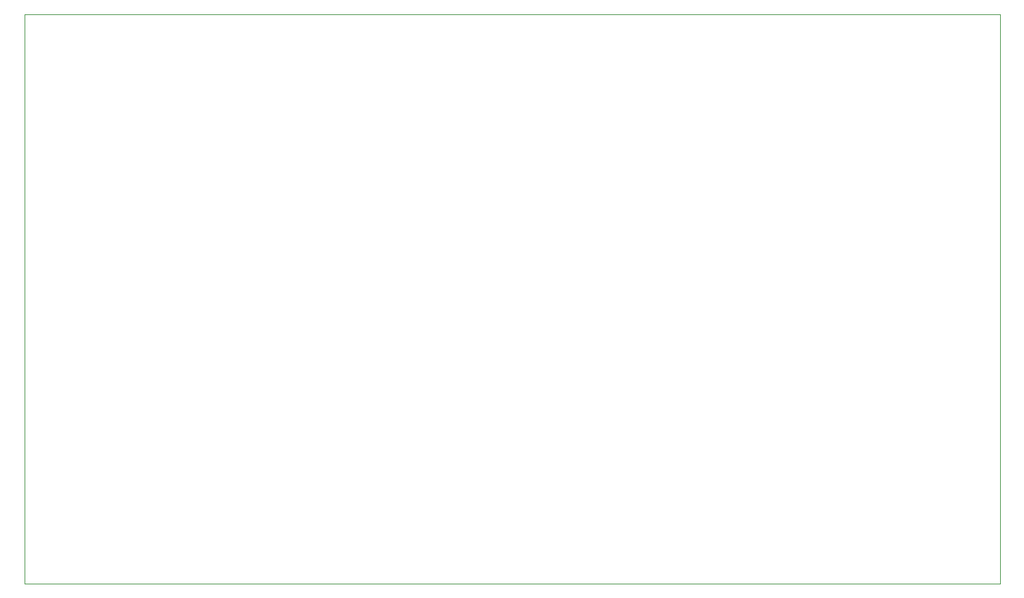
<source format=gbr>
%TF.GenerationSoftware,KiCad,Pcbnew,8.0.1*%
%TF.CreationDate,2024-11-04T21:37:07-08:00*%
%TF.ProjectId,kasm_pcb_rev2,6b61736d-5f70-4636-925f-726576322e6b,rev?*%
%TF.SameCoordinates,Original*%
%TF.FileFunction,Profile,NP*%
%FSLAX46Y46*%
G04 Gerber Fmt 4.6, Leading zero omitted, Abs format (unit mm)*
G04 Created by KiCad (PCBNEW 8.0.1) date 2024-11-04 21:37:07*
%MOMM*%
%LPD*%
G01*
G04 APERTURE LIST*
%TA.AperFunction,Profile*%
%ADD10C,0.050000*%
%TD*%
G04 APERTURE END LIST*
D10*
X77851000Y-54584600D02*
X198805800Y-54584600D01*
X198805800Y-125196600D01*
X77851000Y-125196600D01*
X77851000Y-54584600D01*
M02*

</source>
